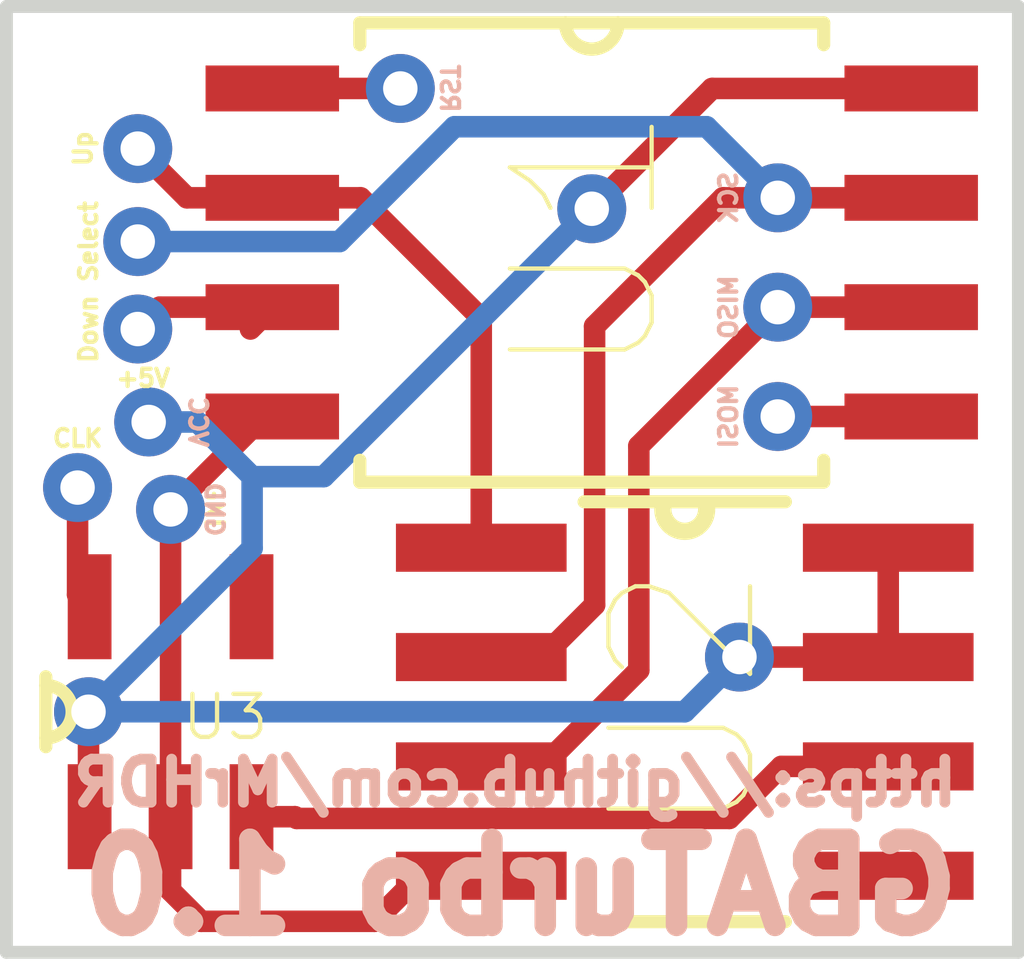
<source format=kicad_pcb>
(kicad_pcb (version 20171130) (host pcbnew "(5.0.0)")

  (general
    (thickness 0.8)
    (drawings 31)
    (tracks 73)
    (zones 0)
    (modules 3)
    (nets 13)
  )

  (page A4)
  (layers
    (0 F.Cu signal)
    (31 B.Cu signal)
    (32 B.Adhes user)
    (33 F.Adhes user)
    (34 B.Paste user)
    (35 F.Paste user)
    (36 B.SilkS user)
    (37 F.SilkS user)
    (38 B.Mask user)
    (39 F.Mask user)
    (40 Dwgs.User user)
    (41 Cmts.User user)
    (42 Eco1.User user)
    (43 Eco2.User user)
    (44 Edge.Cuts user)
    (45 Margin user)
    (46 B.CrtYd user)
    (47 F.CrtYd user)
    (48 B.Fab user)
    (49 F.Fab user)
  )

  (setup
    (last_trace_width 0.25)
    (trace_clearance 0.2)
    (zone_clearance 0.508)
    (zone_45_only no)
    (trace_min 0.2)
    (segment_width 0.2)
    (edge_width 0.15)
    (via_size 0.8)
    (via_drill 0.4)
    (via_min_size 0.4)
    (via_min_drill 0.3)
    (uvia_size 0.3)
    (uvia_drill 0.1)
    (uvias_allowed no)
    (uvia_min_size 0.2)
    (uvia_min_drill 0.1)
    (pcb_text_width 0.3)
    (pcb_text_size 1.5 1.5)
    (mod_edge_width 0.15)
    (mod_text_size 1 1)
    (mod_text_width 0.15)
    (pad_size 1.5494 0.5334)
    (pad_drill 0)
    (pad_to_mask_clearance 0.2)
    (aux_axis_origin 0 0)
    (visible_elements 7FFFFFFF)
    (pcbplotparams
      (layerselection 0x3ffff_ffffffff)
      (usegerberextensions false)
      (usegerberattributes false)
      (usegerberadvancedattributes false)
      (creategerberjobfile false)
      (excludeedgelayer true)
      (linewidth 0.100000)
      (plotframeref false)
      (viasonmask false)
      (mode 1)
      (useauxorigin false)
      (hpglpennumber 1)
      (hpglpenspeed 20)
      (hpglpendiameter 15.000000)
      (psnegative false)
      (psa4output false)
      (plotreference true)
      (plotvalue true)
      (plotinvisibletext false)
      (padsonsilk true)
      (subtractmaskfromsilk false)
      (outputformat 1)
      (mirror false)
      (drillshape 0)
      (scaleselection 1)
      (outputdirectory "D:/OneDrive/Dokumenter/GbaVariableOc/gerber"))
  )

  (net 0 "")
  (net 1 "Net-(U1-Pad2)")
  (net 2 "Net-(U1-Pad3)")
  (net 3 GND)
  (net 4 +5V)
  (net 5 "Net-(U2-Pad5)")
  (net 6 "Net-(U2-Pad6)")
  (net 7 "Net-(U3-Pad4)")
  (net 8 VDD)
  (net 9 "Net-(U1-Pad1)")
  (net 10 "Net-(U1-Pad5)")
  (net 11 "Net-(U1-Pad6)")
  (net 12 "Net-(U1-Pad7)")

  (net_class Default "This is the default net class."
    (clearance 0.2)
    (trace_width 0.25)
    (via_dia 0.8)
    (via_drill 0.4)
    (uvia_dia 0.3)
    (uvia_drill 0.1)
    (diff_pair_gap 0.25)
    (diff_pair_width 0.4)
    (add_net +5V)
    (add_net GND)
    (add_net "Net-(U1-Pad1)")
    (add_net "Net-(U1-Pad2)")
    (add_net "Net-(U1-Pad3)")
    (add_net "Net-(U1-Pad5)")
    (add_net "Net-(U1-Pad6)")
    (add_net "Net-(U1-Pad7)")
    (add_net "Net-(U2-Pad5)")
    (add_net "Net-(U2-Pad6)")
    (add_net "Net-(U3-Pad4)")
    (add_net VDD)
  )

  (module ATTINY85-20SU:SOIC127P798X216-8N (layer F.Cu) (tedit 5B9C1BB8) (tstamp 5B9BA4E6)
    (at 128.778 82.423)
    (path /5B9BCF8A)
    (attr smd)
    (fp_text reference U1 (at -0.0635 -0.127 90) (layer F.SilkS)
      (effects (font (size 1.64512 1.64512) (thickness 0.05)))
    )
    (fp_text value ATtiny85-20SUR (at 0.0635 -3.6195) (layer F.SilkS) hide
      (effects (font (size 1.64308 1.64308) (thickness 0.05)))
    )
    (fp_line (start -2.6924 -1.6764) (end -2.6924 -2.1336) (layer Dwgs.User) (width 0))
    (fp_line (start -2.6924 -2.1336) (end -4.1402 -2.1336) (layer Dwgs.User) (width 0))
    (fp_line (start -4.1402 -2.1336) (end -4.1402 -1.6764) (layer Dwgs.User) (width 0))
    (fp_line (start -4.1402 -1.6764) (end -2.6924 -1.6764) (layer Dwgs.User) (width 0))
    (fp_line (start -2.6924 -0.4064) (end -2.6924 -0.8636) (layer Dwgs.User) (width 0))
    (fp_line (start -2.6924 -0.8636) (end -4.1402 -0.8636) (layer Dwgs.User) (width 0))
    (fp_line (start -4.1402 -0.8636) (end -4.1402 -0.4064) (layer Dwgs.User) (width 0))
    (fp_line (start -4.1402 -0.4064) (end -2.6924 -0.4064) (layer Dwgs.User) (width 0))
    (fp_line (start -2.6924 0.8636) (end -2.6924 0.4064) (layer Dwgs.User) (width 0))
    (fp_line (start -2.6924 0.4064) (end -4.1402 0.4064) (layer Dwgs.User) (width 0))
    (fp_line (start -4.1402 0.4064) (end -4.1402 0.8636) (layer Dwgs.User) (width 0))
    (fp_line (start -4.1402 0.8636) (end -2.6924 0.8636) (layer Dwgs.User) (width 0))
    (fp_line (start -2.6924 2.1336) (end -2.6924 1.6764) (layer Dwgs.User) (width 0))
    (fp_line (start -2.6924 1.6764) (end -4.1402 1.6764) (layer Dwgs.User) (width 0))
    (fp_line (start -4.1402 1.6764) (end -4.1402 2.1336) (layer Dwgs.User) (width 0))
    (fp_line (start -4.1402 2.1336) (end -2.6924 2.1336) (layer Dwgs.User) (width 0))
    (fp_line (start 2.6924 1.6764) (end 2.6924 2.1336) (layer Dwgs.User) (width 0))
    (fp_line (start 2.6924 2.1336) (end 4.1402 2.1336) (layer Dwgs.User) (width 0))
    (fp_line (start 4.1402 2.1336) (end 4.1402 1.6764) (layer Dwgs.User) (width 0))
    (fp_line (start 4.1402 1.6764) (end 2.6924 1.6764) (layer Dwgs.User) (width 0))
    (fp_line (start 2.6924 0.4064) (end 2.6924 0.8636) (layer Dwgs.User) (width 0))
    (fp_line (start 2.6924 0.8636) (end 4.1402 0.8636) (layer Dwgs.User) (width 0))
    (fp_line (start 4.1402 0.8636) (end 4.1402 0.4064) (layer Dwgs.User) (width 0))
    (fp_line (start 4.1402 0.4064) (end 2.6924 0.4064) (layer Dwgs.User) (width 0))
    (fp_line (start 2.6924 -0.8636) (end 2.6924 -0.4064) (layer Dwgs.User) (width 0))
    (fp_line (start 2.6924 -0.4064) (end 4.1402 -0.4064) (layer Dwgs.User) (width 0))
    (fp_line (start 4.1402 -0.4064) (end 4.1402 -0.8636) (layer Dwgs.User) (width 0))
    (fp_line (start 4.1402 -0.8636) (end 2.6924 -0.8636) (layer Dwgs.User) (width 0))
    (fp_line (start 2.6924 -2.1336) (end 2.6924 -1.6764) (layer Dwgs.User) (width 0))
    (fp_line (start 2.6924 -1.6764) (end 4.1402 -1.6764) (layer Dwgs.User) (width 0))
    (fp_line (start 4.1402 -1.6764) (end 4.1402 -2.1336) (layer Dwgs.User) (width 0))
    (fp_line (start 4.1402 -2.1336) (end 2.6924 -2.1336) (layer Dwgs.User) (width 0))
    (fp_line (start -2.6924 2.667) (end 2.6924 2.667) (layer Dwgs.User) (width 0))
    (fp_line (start 2.6924 2.667) (end 2.6924 -2.667) (layer Dwgs.User) (width 0))
    (fp_line (start 2.6924 -2.667) (end 0.3048 -2.667) (layer Dwgs.User) (width 0))
    (fp_line (start 0.3048 -2.667) (end -0.3048 -2.667) (layer Dwgs.User) (width 0))
    (fp_line (start -0.3048 -2.667) (end -2.6924 -2.667) (layer Dwgs.User) (width 0))
    (fp_line (start -2.6924 -2.667) (end -2.6924 2.667) (layer Dwgs.User) (width 0))
    (fp_arc (start 0 -2.667) (end -0.3048 -2.667) (angle -180) (layer Dwgs.User) (width 0))
    (fp_arc (start 0 -2.667) (end -0.3048 -2.667) (angle -180) (layer Dwgs.User) (width 0))
    (fp_line (start -2.6924 2.413) (end -2.6924 2.667) (layer F.SilkS) (width 0.1524))
    (fp_line (start 2.6924 -2.413) (end 2.6924 -2.667) (layer F.SilkS) (width 0.1524))
    (fp_line (start -2.6924 2.667) (end 2.6924 2.667) (layer F.SilkS) (width 0.1524))
    (fp_line (start 2.6924 2.667) (end 2.6924 2.413) (layer F.SilkS) (width 0.1524))
    (fp_line (start 2.6924 -2.667) (end 0.3048 -2.667) (layer F.SilkS) (width 0.1524))
    (fp_line (start 0.3048 -2.667) (end -0.3048 -2.667) (layer F.SilkS) (width 0.1524))
    (fp_line (start -0.3048 -2.667) (end -2.6924 -2.667) (layer F.SilkS) (width 0.1524))
    (fp_line (start -2.6924 -2.667) (end -2.6924 -2.413) (layer F.SilkS) (width 0.1524))
    (fp_arc (start 0 -2.667) (end -0.3048 -2.667) (angle -180) (layer F.SilkS) (width 0.1524))
    (fp_arc (start 0 -2.667) (end -0.3048 -2.667) (angle -180) (layer F.SilkS) (width 0.1524))
    (pad 1 smd rect (at -3.7084 -1.905) (size 1.5494 0.5334) (layers F.Cu F.Paste F.Mask)
      (net 9 "Net-(U1-Pad1)"))
    (pad 2 smd rect (at -3.7084 -0.635) (size 1.5494 0.5334) (layers F.Cu F.Paste F.Mask)
      (net 1 "Net-(U1-Pad2)"))
    (pad 3 smd rect (at -3.7084 0.635) (size 1.5494 0.5334) (layers F.Cu F.Paste F.Mask)
      (net 2 "Net-(U1-Pad3)"))
    (pad 4 smd rect (at -3.7084 1.905) (size 1.5494 0.5334) (layers F.Cu F.Paste F.Mask)
      (net 3 GND))
    (pad 5 smd rect (at 3.7084 1.905) (size 1.5494 0.5334) (layers F.Cu F.Paste F.Mask)
      (net 10 "Net-(U1-Pad5)"))
    (pad 6 smd rect (at 3.7084 0.635) (size 1.5494 0.5334) (layers F.Cu F.Paste F.Mask)
      (net 11 "Net-(U1-Pad6)"))
    (pad 7 smd rect (at 3.7084 -0.635) (size 1.5494 0.5334) (layers F.Cu F.Paste F.Mask)
      (net 12 "Net-(U1-Pad7)"))
    (pad 8 smd rect (at 3.7084 -1.905) (size 1.5494 0.5334) (layers F.Cu F.Paste F.Mask)
      (net 4 +5V))
  )

  (module MCP4151-103E_SN:SOIC127P600X175-8N (layer F.Cu) (tedit 5B9C1555) (tstamp 5B9BA520)
    (at 129.8575 87.757)
    (path /5B9BAA34)
    (attr smd)
    (fp_text reference U2 (at 0 -0.127 90) (layer F.SilkS)
      (effects (font (size 1.64352 1.64352) (thickness 0.05)))
    )
    (fp_text value MCP4151-103E_SN (at -0.355974 3.86487) (layer F.SilkS) hide
      (effects (font (size 1.64173 1.64173) (thickness 0.05)))
    )
    (fp_line (start -1.9558 -1.651) (end -1.9558 -2.159) (layer Dwgs.User) (width 0.1524))
    (fp_line (start -1.9558 -2.159) (end -2.9972 -2.159) (layer Dwgs.User) (width 0.1524))
    (fp_line (start -2.9972 -2.159) (end -2.9972 -1.651) (layer Dwgs.User) (width 0.1524))
    (fp_line (start -2.9972 -1.651) (end -1.9558 -1.651) (layer Dwgs.User) (width 0.1524))
    (fp_line (start -1.9558 -0.381) (end -1.9558 -0.889) (layer Dwgs.User) (width 0.1524))
    (fp_line (start -1.9558 -0.889) (end -2.9972 -0.889) (layer Dwgs.User) (width 0.1524))
    (fp_line (start -2.9972 -0.889) (end -2.9972 -0.381) (layer Dwgs.User) (width 0.1524))
    (fp_line (start -2.9972 -0.381) (end -1.9558 -0.381) (layer Dwgs.User) (width 0.1524))
    (fp_line (start -1.9558 0.889) (end -1.9558 0.381) (layer Dwgs.User) (width 0.1524))
    (fp_line (start -1.9558 0.381) (end -2.9972 0.381) (layer Dwgs.User) (width 0.1524))
    (fp_line (start -2.9972 0.381) (end -2.9972 0.889) (layer Dwgs.User) (width 0.1524))
    (fp_line (start -2.9972 0.889) (end -1.9558 0.889) (layer Dwgs.User) (width 0.1524))
    (fp_line (start -1.9558 2.159) (end -1.9558 1.651) (layer Dwgs.User) (width 0.1524))
    (fp_line (start -1.9558 1.651) (end -2.9972 1.651) (layer Dwgs.User) (width 0.1524))
    (fp_line (start -2.9972 1.651) (end -2.9972 2.159) (layer Dwgs.User) (width 0.1524))
    (fp_line (start -2.9972 2.159) (end -1.9558 2.159) (layer Dwgs.User) (width 0.1524))
    (fp_line (start 1.9558 1.651) (end 1.9558 2.159) (layer Dwgs.User) (width 0.1524))
    (fp_line (start 1.9558 2.159) (end 2.9972 2.159) (layer Dwgs.User) (width 0.1524))
    (fp_line (start 2.9972 2.159) (end 2.9972 1.651) (layer Dwgs.User) (width 0.1524))
    (fp_line (start 2.9972 1.651) (end 1.9558 1.651) (layer Dwgs.User) (width 0.1524))
    (fp_line (start 1.9558 0.381) (end 1.9558 0.889) (layer Dwgs.User) (width 0.1524))
    (fp_line (start 1.9558 0.889) (end 2.9972 0.889) (layer Dwgs.User) (width 0.1524))
    (fp_line (start 2.9972 0.889) (end 2.9972 0.381) (layer Dwgs.User) (width 0.1524))
    (fp_line (start 2.9972 0.381) (end 1.9558 0.381) (layer Dwgs.User) (width 0.1524))
    (fp_line (start 1.9558 -0.889) (end 1.9558 -0.381) (layer Dwgs.User) (width 0.1524))
    (fp_line (start 1.9558 -0.381) (end 2.9972 -0.381) (layer Dwgs.User) (width 0.1524))
    (fp_line (start 2.9972 -0.381) (end 2.9972 -0.889) (layer Dwgs.User) (width 0.1524))
    (fp_line (start 2.9972 -0.889) (end 1.9558 -0.889) (layer Dwgs.User) (width 0.1524))
    (fp_line (start 1.9558 -2.159) (end 1.9558 -1.651) (layer Dwgs.User) (width 0.1524))
    (fp_line (start 1.9558 -1.651) (end 2.9972 -1.651) (layer Dwgs.User) (width 0.1524))
    (fp_line (start 2.9972 -1.651) (end 2.9972 -2.159) (layer Dwgs.User) (width 0.1524))
    (fp_line (start 2.9972 -2.159) (end 1.9558 -2.159) (layer Dwgs.User) (width 0.1524))
    (fp_line (start -1.9558 2.4384) (end 1.9558 2.4384) (layer Dwgs.User) (width 0.1524))
    (fp_line (start 1.9558 2.4384) (end 1.9558 -2.4384) (layer Dwgs.User) (width 0.1524))
    (fp_line (start 1.9558 -2.4384) (end 0.3048 -2.4384) (layer Dwgs.User) (width 0.1524))
    (fp_line (start 0.3048 -2.4384) (end -0.3048 -2.4384) (layer Dwgs.User) (width 0.1524))
    (fp_line (start -0.3048 -2.4384) (end -1.9558 -2.4384) (layer Dwgs.User) (width 0.1524))
    (fp_line (start -1.9558 -2.4384) (end -1.9558 2.4384) (layer Dwgs.User) (width 0.1524))
    (fp_arc (start 0 -2.4384) (end -0.3048 -2.4384) (angle -180) (layer Dwgs.User) (width 0))
    (fp_text user 66 (at -57.7215 -24.003) (layer F.SilkS) hide
      (effects (font (size 1 1) (thickness 0.05)))
    )
    (fp_line (start -1.1684 2.4384) (end 1.1684 2.4384) (layer F.SilkS) (width 0.1524))
    (fp_line (start 1.1684 -2.4384) (end 0.3048 -2.4384) (layer F.SilkS) (width 0.1524))
    (fp_line (start 0.3048 -2.4384) (end -0.3048 -2.4384) (layer F.SilkS) (width 0.1524))
    (fp_line (start -0.3048 -2.4384) (end -1.1684 -2.4384) (layer F.SilkS) (width 0.1524))
    (fp_arc (start 0 -2.4384) (end -0.3048 -2.4384) (angle -180) (layer F.SilkS) (width 0))
    (fp_text user * (at -14.4145 -6.858) (layer F.SilkS) hide
      (effects (font (size 1 1) (thickness 0.05)))
    )
    (pad 1 smd rect (at -2.3622 -1.905) (size 1.9812 0.5588) (layers F.Cu F.Paste F.Mask)
      (net 1 "Net-(U1-Pad2)"))
    (pad 2 smd rect (at -2.3622 -0.635) (size 1.9812 0.5588) (layers F.Cu F.Paste F.Mask)
      (net 12 "Net-(U1-Pad7)"))
    (pad 3 smd rect (at -2.3622 0.635) (size 1.9812 0.5588) (layers F.Cu F.Paste F.Mask)
      (net 11 "Net-(U1-Pad6)"))
    (pad 4 smd rect (at -2.3622 1.905) (size 1.9812 0.5588) (layers F.Cu F.Paste F.Mask)
      (net 3 GND))
    (pad 5 smd rect (at 2.3622 1.905) (size 1.9812 0.5588) (layers F.Cu F.Paste F.Mask)
      (net 5 "Net-(U2-Pad5)"))
    (pad 6 smd rect (at 2.3622 0.635) (size 1.9812 0.5588) (layers F.Cu F.Paste F.Mask)
      (net 6 "Net-(U2-Pad6)"))
    (pad 7 smd rect (at 2.3622 -0.635) (size 1.9812 0.5588) (layers F.Cu F.Paste F.Mask)
      (net 4 +5V))
    (pad 8 smd rect (at 2.3622 -1.905) (size 1.9812 0.5588) (layers F.Cu F.Paste F.Mask)
      (net 4 +5V))
  )

  (module LTC1799:SOT95P280X100-5N (layer F.Cu) (tedit 5B9C1506) (tstamp 5B9BA54D)
    (at 123.8885 87.757 90)
    (path /5B9BD70D)
    (attr smd)
    (fp_text reference U3 (at -0.0635 0.635 180) (layer F.SilkS)
      (effects (font (size 0.5 0.5) (thickness 0.05)))
    )
    (fp_text value LTC1799HS5 (at 1.75534 3.40889 90) (layer F.SilkS) hide
      (effects (font (size 1.64255 1.64255) (thickness 0.05)))
    )
    (fp_line (start 0.4064 -1.4478) (end 0.3048 -1.4478) (layer F.SilkS) (width 0.1524))
    (fp_line (start 0.3048 -1.4478) (end -0.3048 -1.4478) (layer F.SilkS) (width 0.1524))
    (fp_line (start -0.3048 -1.4478) (end -0.4064 -1.4478) (layer F.SilkS) (width 0.1524))
    (fp_arc (start 0 -1.4478) (end -0.3048 -1.4478) (angle -180) (layer F.SilkS) (width 0.1524))
    (fp_line (start -0.8636 1.4478) (end 0.8636 1.4478) (layer Dwgs.User) (width 0))
    (fp_line (start 0.8636 1.4478) (end 0.8636 1.1684) (layer Dwgs.User) (width 0))
    (fp_line (start 0.8636 1.1684) (end 0.8636 0.7366) (layer Dwgs.User) (width 0))
    (fp_line (start 0.8636 0.7366) (end 0.8636 -0.7366) (layer Dwgs.User) (width 0))
    (fp_line (start 0.8636 -1.4478) (end 0.3048 -1.4478) (layer Dwgs.User) (width 0))
    (fp_line (start 0.3048 -1.4478) (end -0.3048 -1.4478) (layer Dwgs.User) (width 0))
    (fp_line (start -0.3048 -1.4478) (end -0.8636 -1.4478) (layer Dwgs.User) (width 0))
    (fp_line (start -0.8636 -1.4478) (end -0.8636 -1.1684) (layer Dwgs.User) (width 0))
    (fp_line (start -0.8636 -1.1684) (end -0.8636 -0.7366) (layer Dwgs.User) (width 0))
    (fp_line (start -0.8636 -0.7366) (end -0.8636 -0.2286) (layer Dwgs.User) (width 0))
    (fp_line (start -0.8636 -0.2286) (end -0.8636 0.2286) (layer Dwgs.User) (width 0))
    (fp_line (start -0.8636 0.2286) (end -0.8636 0.7366) (layer Dwgs.User) (width 0))
    (fp_line (start -0.8636 -1.1684) (end -1.397 -1.1684) (layer Dwgs.User) (width 0))
    (fp_line (start -1.397 -1.1684) (end -1.397 -0.7366) (layer Dwgs.User) (width 0))
    (fp_line (start -1.397 -0.7366) (end -0.8636 -0.7366) (layer Dwgs.User) (width 0))
    (fp_line (start -0.8636 -0.2286) (end -1.397 -0.2286) (layer Dwgs.User) (width 0))
    (fp_line (start -1.397 -0.2286) (end -1.397 0.2286) (layer Dwgs.User) (width 0))
    (fp_line (start -1.397 0.2286) (end -0.8636 0.2286) (layer Dwgs.User) (width 0))
    (fp_line (start -0.8636 1.4478) (end -0.8636 1.1684) (layer Dwgs.User) (width 0))
    (fp_line (start -0.8636 1.1684) (end -0.8636 0.7366) (layer Dwgs.User) (width 0))
    (fp_line (start -0.8636 0.7366) (end -1.397 0.7366) (layer Dwgs.User) (width 0))
    (fp_line (start -1.397 0.7366) (end -1.397 1.1684) (layer Dwgs.User) (width 0))
    (fp_line (start -1.397 1.1684) (end -0.8636 1.1684) (layer Dwgs.User) (width 0))
    (fp_line (start 0.8636 1.1684) (end 1.397 1.1684) (layer Dwgs.User) (width 0))
    (fp_line (start 1.397 1.1684) (end 1.397 0.7366) (layer Dwgs.User) (width 0))
    (fp_line (start 1.397 0.7366) (end 0.8636 0.7366) (layer Dwgs.User) (width 0))
    (fp_line (start 0.8636 -1.4478) (end 0.8636 -1.1684) (layer Dwgs.User) (width 0))
    (fp_line (start 0.8636 -1.1684) (end 0.8636 -0.7366) (layer Dwgs.User) (width 0))
    (fp_line (start 0.8636 -0.7366) (end 1.397 -0.7366) (layer Dwgs.User) (width 0))
    (fp_line (start 1.397 -0.7366) (end 1.397 -1.1684) (layer Dwgs.User) (width 0))
    (fp_line (start 1.397 -1.1684) (end 0.8636 -1.1684) (layer Dwgs.User) (width 0))
    (fp_arc (start 0 -1.4478) (end -0.3048 -1.4478) (angle -180) (layer Dwgs.User) (width 0))
    (pad 1 smd rect (at -1.2192 -0.9398 90) (size 1.2192 0.508) (layers F.Cu F.Paste F.Mask)
      (net 4 +5V))
    (pad 2 smd rect (at -1.2192 0 90) (size 1.2192 0.508) (layers F.Cu F.Paste F.Mask)
      (net 3 GND))
    (pad 3 smd rect (at -1.2192 0.9398 90) (size 1.2192 0.508) (layers F.Cu F.Paste F.Mask)
      (net 6 "Net-(U2-Pad6)"))
    (pad 4 smd rect (at 1.2192 0.9398 90) (size 1.2192 0.508) (layers F.Cu F.Paste F.Mask)
      (net 7 "Net-(U3-Pad4)"))
    (pad 5 smd rect (at 1.2192 -0.9398 90) (size 1.2192 0.508) (layers F.Cu F.Paste F.Mask)
      (net 8 VDD))
  )

  (gr_circle (center 123.8885 85.4075) (end 124.079 85.217) (layer F.Mask) (width 0.2))
  (gr_circle (center 122.809 85.1535) (end 122.8725 84.8995) (layer F.Mask) (width 0.2))
  (gr_circle (center 123.6345 84.3915) (end 123.7615 84.1375) (layer F.Mask) (width 0.2))
  (gr_circle (center 123.5075 83.312) (end 123.698 83.1215) (layer F.Mask) (width 0.2))
  (gr_circle (center 123.5075 82.296) (end 123.7615 82.169) (layer F.Mask) (width 0.2))
  (gr_circle (center 123.5075 81.2165) (end 123.7615 81.0895) (layer F.Mask) (width 0.2))
  (gr_circle (center 123.8885 85.4075) (end 124.1425 85.2805) (layer B.Mask) (width 0.2))
  (gr_circle (center 123.6345 84.3915) (end 123.8885 84.2645) (layer B.Mask) (width 0.2))
  (gr_circle (center 130.937 84.328) (end 131.191 84.201) (layer B.Mask) (width 0.2))
  (gr_circle (center 130.937 83.058) (end 131.191 82.931) (layer B.Mask) (width 0.2))
  (gr_circle (center 130.937 81.788) (end 131.191 81.661) (layer B.Mask) (width 0.2))
  (gr_circle (center 126.5555 80.518) (end 126.8095 80.4545) (layer B.Mask) (width 0.2))
  (gr_text https://github.com/MrHDR (at 127.889 88.5825) (layer B.SilkS)
    (effects (font (size 0.5 0.5) (thickness 0.125)) (justify mirror))
  )
  (gr_text "GBATurbo 1.0" (at 127.9525 89.789) (layer B.SilkS)
    (effects (font (size 1 1) (thickness 0.25)) (justify mirror))
  )
  (gr_text GND (at 124.3965 85.4075 270) (layer B.SilkS) (tstamp 5B9C1DC8)
    (effects (font (size 0.2 0.2) (thickness 0.05)) (justify mirror))
  )
  (gr_text VCC (at 124.206 84.3915 270) (layer B.SilkS) (tstamp 5B9C1DC2)
    (effects (font (size 0.2 0.2) (thickness 0.05)) (justify mirror))
  )
  (gr_text SCK (at 130.3655 81.788 90) (layer B.SilkS)
    (effects (font (size 0.2 0.2) (thickness 0.05)) (justify mirror))
  )
  (gr_text MISO (at 130.3655 83.058 90) (layer B.SilkS)
    (effects (font (size 0.2 0.2) (thickness 0.05)) (justify mirror))
  )
  (gr_text MOSI (at 130.3655 84.328 90) (layer B.SilkS)
    (effects (font (size 0.2 0.2) (thickness 0.05)) (justify mirror))
  )
  (gr_text RST (at 127.127 80.518 270) (layer B.SilkS)
    (effects (font (size 0.2 0.2) (thickness 0.05)) (justify mirror))
  )
  (gr_arc (start 129.8575 85.4075) (end 129.6035 85.4075) (angle -180) (layer F.SilkS) (width 0.2))
  (gr_line (start 121.9835 90.551) (end 133.731 90.551) (layer Edge.Cuts) (width 0.15))
  (gr_line (start 121.9835 79.5655) (end 121.9835 90.551) (layer Edge.Cuts) (width 0.15))
  (gr_line (start 133.731 79.5655) (end 121.9835 79.5655) (layer Edge.Cuts) (width 0.15))
  (gr_line (start 133.731 90.551) (end 133.731 79.5655) (layer Edge.Cuts) (width 0.15))
  (gr_text Down (at 122.936 83.312 90) (layer F.SilkS)
    (effects (font (size 0.2 0.2) (thickness 0.05)))
  )
  (gr_text Up (at 122.8725 81.2165 90) (layer F.SilkS)
    (effects (font (size 0.2 0.2) (thickness 0.05)))
  )
  (gr_text Select (at 122.936 82.296 90) (layer F.SilkS)
    (effects (font (size 0.2 0.2) (thickness 0.05)))
  )
  (gr_text +5V (at 123.571 83.8835) (layer F.SilkS)
    (effects (font (size 0.2 0.2) (thickness 0.05)))
  )
  (gr_text GND (at 124.3965 85.4075 270) (layer F.SilkS)
    (effects (font (size 0.2 0.2) (thickness 0.05)))
  )
  (gr_text CLK (at 122.809 84.582) (layer F.SilkS)
    (effects (font (size 0.2 0.2) (thickness 0.05)))
  )

  (via (at 130.937 84.328) (size 0.8) (drill 0.4) (layers F.Cu B.Cu) (net 10))
  (via (at 123.5075 81.2165) (size 0.8) (drill 0.4) (layers F.Cu B.Cu) (net 1))
  (segment (start 127.4953 85.3226) (end 127.4953 85.852) (width 0.25) (layer F.Cu) (net 1))
  (segment (start 127.4953 83.189) (end 127.4953 85.3226) (width 0.25) (layer F.Cu) (net 1))
  (segment (start 126.0943 81.788) (end 127.4953 83.189) (width 0.25) (layer F.Cu) (net 1))
  (segment (start 125.0696 81.788) (end 126.0943 81.788) (width 0.25) (layer F.Cu) (net 1))
  (segment (start 124.079 81.788) (end 123.5075 81.2165) (width 0.25) (layer F.Cu) (net 1))
  (segment (start 125.0696 81.788) (end 124.079 81.788) (width 0.25) (layer F.Cu) (net 1))
  (via (at 123.5075 83.312) (size 0.8) (drill 0.4) (layers F.Cu B.Cu) (net 2))
  (segment (start 123.7615 83.058) (end 123.5075 83.312) (width 0.25) (layer F.Cu) (net 2))
  (segment (start 125.0696 83.058) (end 123.7615 83.058) (width 0.25) (layer F.Cu) (net 2))
  (segment (start 124.8156 83.312) (end 125.0696 83.058) (width 0.25) (layer F.Cu) (net 2))
  (via (at 123.8885 85.4075) (size 0.8) (drill 0.4) (layers F.Cu B.Cu) (net 3))
  (segment (start 123.8885 85.4075) (end 123.8885 88.9762) (width 0.25) (layer F.Cu) (net 3))
  (segment (start 126.7841 89.662) (end 127.4953 89.662) (width 0.25) (layer F.Cu) (net 3))
  (segment (start 126.2547 90.1914) (end 126.7841 89.662) (width 0.25) (layer F.Cu) (net 3))
  (segment (start 124.2441 90.1914) (end 126.2547 90.1914) (width 0.25) (layer F.Cu) (net 3))
  (segment (start 123.8885 89.8358) (end 124.2441 90.1914) (width 0.25) (layer F.Cu) (net 3))
  (segment (start 123.8885 88.9762) (end 123.8885 89.8358) (width 0.25) (layer F.Cu) (net 3))
  (segment (start 124.968 84.328) (end 123.8885 85.4075) (width 0.25) (layer F.Cu) (net 3))
  (segment (start 125.0696 84.328) (end 124.968 84.328) (width 0.25) (layer F.Cu) (net 3))
  (via (at 130.4925 87.122) (size 0.8) (drill 0.4) (layers F.Cu B.Cu) (net 4))
  (via (at 122.936 87.757) (size 0.8) (drill 0.4) (layers F.Cu B.Cu) (net 4))
  (via (at 123.6345 84.3915) (size 0.8) (drill 0.4) (layers F.Cu B.Cu) (net 4))
  (segment (start 132.9309 87.122) (end 132.2197 87.122) (width 0.25) (layer F.Cu) (net 4))
  (segment (start 132.2197 87.122) (end 132.2197 85.852) (width 0.25) (layer F.Cu) (net 4))
  (segment (start 132.9944 80.518) (end 132.4864 80.518) (width 0.25) (layer F.Cu) (net 4))
  (segment (start 132.2197 85.852) (end 132.9309 85.852) (width 0.25) (layer F.Cu) (net 4))
  (segment (start 130.175 80.518) (end 132.4864 80.518) (width 0.25) (layer F.Cu) (net 4))
  (segment (start 128.778 81.915) (end 128.778 81.915) (width 0.25) (layer F.Cu) (net 4))
  (via (at 128.778 81.915) (size 0.8) (drill 0.4) (layers F.Cu B.Cu) (net 4))
  (segment (start 130.175 80.518) (end 128.778 81.915) (width 0.25) (layer F.Cu) (net 4))
  (segment (start 124.200185 84.3915) (end 124.835185 85.0265) (width 0.25) (layer B.Cu) (net 4))
  (segment (start 123.6345 84.3915) (end 124.200185 84.3915) (width 0.25) (layer B.Cu) (net 4))
  (segment (start 124.835185 85.857815) (end 122.936 87.757) (width 0.25) (layer B.Cu) (net 4))
  (segment (start 124.835185 85.0265) (end 124.835185 85.857815) (width 0.25) (layer B.Cu) (net 4))
  (segment (start 122.936 88.9635) (end 122.9487 88.9762) (width 0.25) (layer F.Cu) (net 4))
  (segment (start 122.936 87.757) (end 122.936 88.9635) (width 0.25) (layer F.Cu) (net 4))
  (segment (start 132.2197 87.122) (end 130.4925 87.122) (width 0.25) (layer F.Cu) (net 4))
  (segment (start 129.8575 87.757) (end 122.936 87.757) (width 0.25) (layer B.Cu) (net 4))
  (segment (start 130.4925 87.122) (end 129.8575 87.757) (width 0.25) (layer B.Cu) (net 4))
  (segment (start 125.6665 85.0265) (end 128.778 81.915) (width 0.25) (layer B.Cu) (net 4))
  (segment (start 124.835185 85.0265) (end 125.6665 85.0265) (width 0.25) (layer B.Cu) (net 4))
  (segment (start 130.9791 88.392) (end 132.2197 88.392) (width 0.25) (layer F.Cu) (net 6))
  (segment (start 130.374699 88.996401) (end 130.9791 88.392) (width 0.25) (layer F.Cu) (net 6))
  (segment (start 125.352501 88.996401) (end 130.374699 88.996401) (width 0.25) (layer F.Cu) (net 6))
  (segment (start 125.3323 88.9762) (end 125.352501 88.996401) (width 0.25) (layer F.Cu) (net 6))
  (segment (start 124.8283 88.9762) (end 125.3323 88.9762) (width 0.25) (layer F.Cu) (net 6))
  (via (at 122.809 85.1535) (size 0.8) (drill 0.4) (layers F.Cu B.Cu) (net 8))
  (segment (start 122.9487 85.1027) (end 122.936 85.09) (width 0.25) (layer F.Cu) (net 8))
  (segment (start 122.809 86.3981) (end 122.9487 86.5378) (width 0.25) (layer F.Cu) (net 8))
  (segment (start 122.809 85.1535) (end 122.809 86.3981) (width 0.25) (layer F.Cu) (net 8))
  (via (at 126.5555 80.518) (size 0.8) (drill 0.4) (layers F.Cu B.Cu) (net 9))
  (segment (start 126.5555 80.518) (end 125.0696 80.518) (width 0.25) (layer F.Cu) (net 9))
  (segment (start 130.937 84.328) (end 132.4864 84.328) (width 0.25) (layer F.Cu) (net 10))
  (via (at 123.5075 82.296) (size 0.8) (drill 0.4) (layers F.Cu B.Cu) (net 12))
  (via (at 130.937 83.058) (size 0.8) (drill 0.4) (layers F.Cu B.Cu) (net 11))
  (segment (start 128.2065 88.392) (end 127.4953 88.392) (width 0.25) (layer F.Cu) (net 11))
  (segment (start 129.324409 87.274091) (end 128.2065 88.392) (width 0.25) (layer F.Cu) (net 11))
  (segment (start 130.937 83.058) (end 129.324409 84.670591) (width 0.25) (layer F.Cu) (net 11))
  (segment (start 129.324409 84.670591) (end 129.324409 87.274091) (width 0.25) (layer F.Cu) (net 11))
  (segment (start 130.937 83.058) (end 132.4864 83.058) (width 0.25) (layer F.Cu) (net 11))
  (via (at 130.937 81.788) (size 0.8) (drill 0.4) (layers F.Cu B.Cu) (net 12))
  (segment (start 128.2065 87.122) (end 127.4953 87.122) (width 0.25) (layer F.Cu) (net 12))
  (segment (start 128.810901 86.517599) (end 128.2065 87.122) (width 0.25) (layer F.Cu) (net 12))
  (segment (start 128.810901 83.279099) (end 128.810901 86.517599) (width 0.25) (layer F.Cu) (net 12))
  (segment (start 130.302 81.788) (end 128.810901 83.279099) (width 0.25) (layer F.Cu) (net 12))
  (segment (start 130.937 81.788) (end 130.302 81.788) (width 0.25) (layer F.Cu) (net 12))
  (segment (start 130.937 81.788) (end 132.4864 81.788) (width 0.25) (layer F.Cu) (net 12))
  (segment (start 125.850502 82.296) (end 127.184002 80.9625) (width 0.25) (layer B.Cu) (net 12))
  (segment (start 123.5075 82.296) (end 125.850502 82.296) (width 0.25) (layer B.Cu) (net 12))
  (segment (start 130.1115 80.9625) (end 130.937 81.788) (width 0.25) (layer B.Cu) (net 12))
  (segment (start 127.184002 80.9625) (end 130.1115 80.9625) (width 0.25) (layer B.Cu) (net 12))

)

</source>
